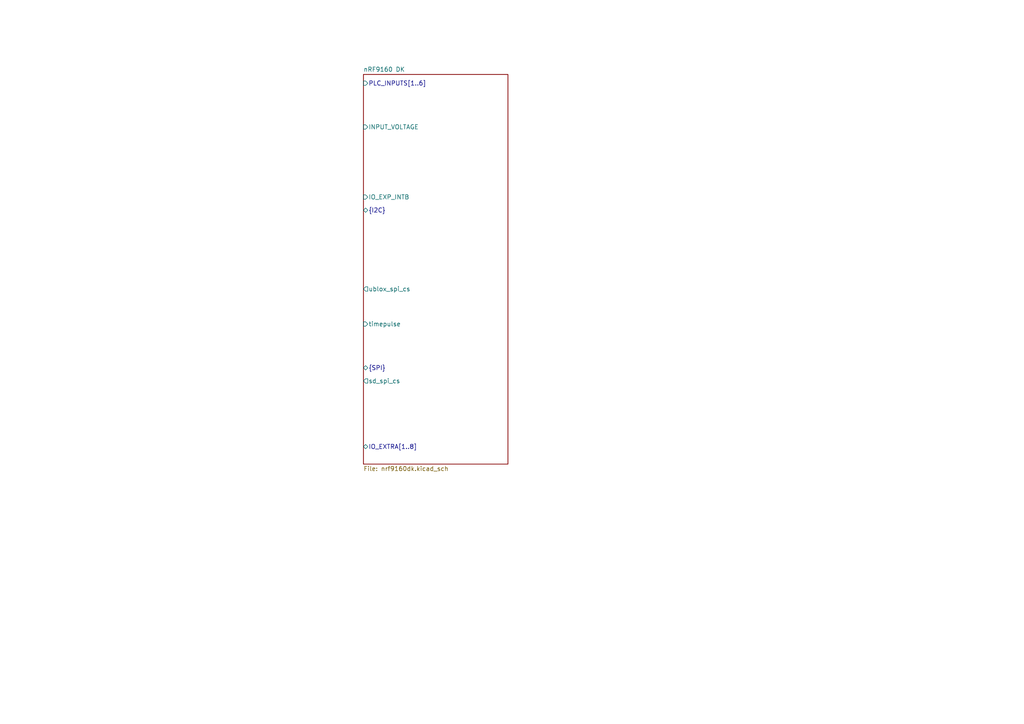
<source format=kicad_sch>
(kicad_sch (version 20230121) (generator eeschema)
  (paper "A4")
  (lib_symbols)
  (bus_alias "SPI" (members "MISO" "MOSI" "CLK"))
  (sheet (at 105.41 21.59) (size 41.91 113.03) (stroke (width 0.1524))
    (property "Sheetname" "nRF9160 DK" (at 105.41 20.8784 0) (effects (justify left bottom)))
    (property "Sheetfile" "nrf9160dk.kicad_sch" (at 105.41 135.2046 0) (effects (justify left top)))
    (pin "{I2C}" bidirectional (at 105.41 60.96 180))
    (pin "PLC_INPUTS[1..6]" input (at 105.41 24.13 180))
    (pin "INPUT_VOLTAGE" input (at 105.41 36.83 180))
    (pin "IO_EXP_INTB" input (at 105.41 57.15 180))
    (pin "IO_EXTRA[1..8]" bidirectional (at 105.41 129.54 180))
    (pin "sd_spi_cs" output (at 105.41 110.49 180))
    (pin "ublox_spi_cs" output (at 105.41 83.82 180))
    (pin "{SPI}" bidirectional (at 105.41 106.68 180))
    (pin "timepulse" input (at 105.41 93.98 180))
  )
)
</source>
